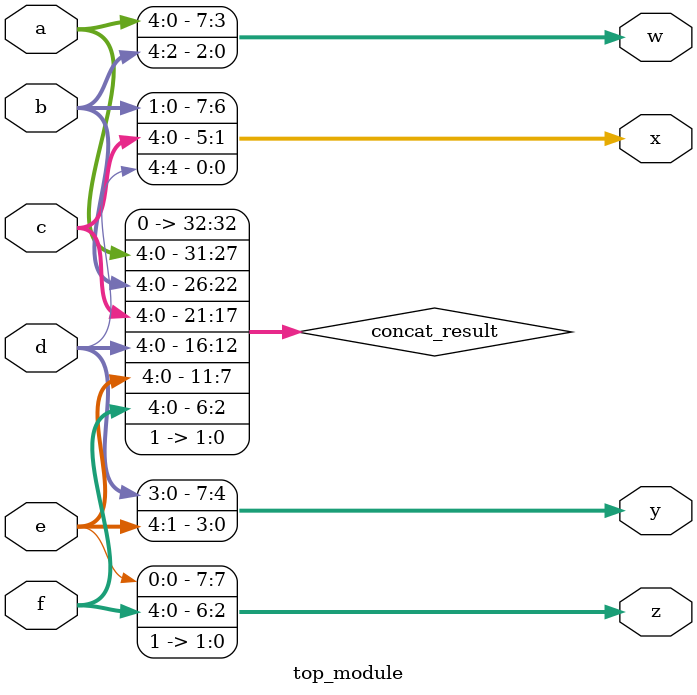
<source format=sv>
module top_module (
	input [4:0] a,
	input [4:0] b,
	input [4:0] c,
	input [4:0] d,
	input [4:0] e,
	input [4:0] f,
	output [7:0] w,
	output [7:0] x,
	output [7:0] y,
	output [7:0] z
);

	wire [32:0] concat_result;
    
	assign concat_result = {a, b, c, d, e, f, 2'b11};
	
	assign w = concat_result[31:24];
	assign x = concat_result[23:16];
	assign y = concat_result[15:8];
	assign z = concat_result[7:0];

endmodule

</source>
